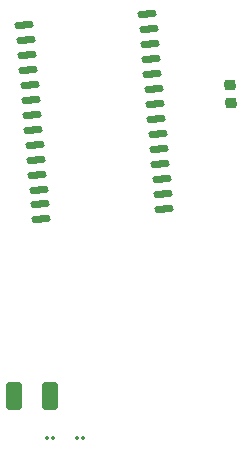
<source format=gbr>
%TF.GenerationSoftware,KiCad,Pcbnew,7.0.10-7.0.10~ubuntu22.04.1*%
%TF.CreationDate,2025-04-20T11:22:11+07:00*%
%TF.ProjectId,catan100,63617461-6e31-4303-902e-6b696361645f,rev?*%
%TF.SameCoordinates,Original*%
%TF.FileFunction,Paste,Bot*%
%TF.FilePolarity,Positive*%
%FSLAX46Y46*%
G04 Gerber Fmt 4.6, Leading zero omitted, Abs format (unit mm)*
G04 Created by KiCad (PCBNEW 7.0.10-7.0.10~ubuntu22.04.1) date 2025-04-20 11:22:11*
%MOMM*%
%LPD*%
G01*
G04 APERTURE LIST*
G04 Aperture macros list*
%AMRoundRect*
0 Rectangle with rounded corners*
0 $1 Rounding radius*
0 $2 $3 $4 $5 $6 $7 $8 $9 X,Y pos of 4 corners*
0 Add a 4 corners polygon primitive as box body*
4,1,4,$2,$3,$4,$5,$6,$7,$8,$9,$2,$3,0*
0 Add four circle primitives for the rounded corners*
1,1,$1+$1,$2,$3*
1,1,$1+$1,$4,$5*
1,1,$1+$1,$6,$7*
1,1,$1+$1,$8,$9*
0 Add four rect primitives between the rounded corners*
20,1,$1+$1,$2,$3,$4,$5,0*
20,1,$1+$1,$4,$5,$6,$7,0*
20,1,$1+$1,$6,$7,$8,$9,0*
20,1,$1+$1,$8,$9,$2,$3,0*%
G04 Aperture macros list end*
%ADD10RoundRect,0.250000X0.412500X0.925000X-0.412500X0.925000X-0.412500X-0.925000X0.412500X-0.925000X0*%
%ADD11RoundRect,0.225000X0.268659X-0.202355X0.229439X0.245933X-0.268659X0.202355X-0.229439X-0.245933X0*%
%ADD12RoundRect,0.150000X0.634453X0.206080X-0.660600X0.092778X-0.634453X-0.206080X0.660600X-0.092778X0*%
%ADD13RoundRect,0.067500X0.067500X0.067500X-0.067500X0.067500X-0.067500X-0.067500X0.067500X-0.067500X0*%
%ADD14RoundRect,0.067500X-0.067500X-0.067500X0.067500X-0.067500X0.067500X0.067500X-0.067500X0.067500X0*%
G04 APERTURE END LIST*
D10*
%TO.C,C2*%
X131077500Y-195834000D03*
X128002500Y-195834000D03*
%TD*%
D11*
%TO.C,C1*%
X146439092Y-171089102D03*
X146304000Y-169545000D03*
%TD*%
D12*
%TO.C,U1*%
X139315235Y-163554222D03*
X139425923Y-164819389D03*
X139536611Y-166084557D03*
X139647298Y-167349724D03*
X139757986Y-168614891D03*
X139868674Y-169880058D03*
X139979362Y-171145226D03*
X140090050Y-172410393D03*
X140200737Y-173675560D03*
X140311425Y-174940727D03*
X140422113Y-176205895D03*
X140532801Y-177471062D03*
X140643489Y-178736229D03*
X140754176Y-180001396D03*
X130343942Y-180912174D03*
X130233254Y-179647007D03*
X130122566Y-178381839D03*
X130011878Y-177116672D03*
X129901191Y-175851505D03*
X129790503Y-174586338D03*
X129679815Y-173321170D03*
X129569127Y-172056003D03*
X129458439Y-170790836D03*
X129347752Y-169525669D03*
X129237064Y-168260501D03*
X129126376Y-166995334D03*
X129015688Y-165730167D03*
X128905000Y-164465000D03*
%TD*%
D13*
%TO.C,R1*%
X131360000Y-199390000D03*
X130810000Y-199390000D03*
%TD*%
D14*
%TO.C,R2*%
X133333000Y-199390000D03*
X133883000Y-199390000D03*
%TD*%
M02*

</source>
